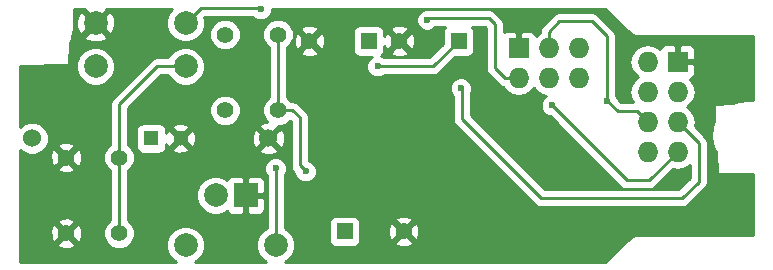
<source format=gbr>
G04 #@! TF.FileFunction,Copper,L2,Bot,Signal*
%FSLAX46Y46*%
G04 Gerber Fmt 4.6, Leading zero omitted, Abs format (unit mm)*
G04 Created by KiCad (PCBNEW 4.0.2-4+6225~38~ubuntu14.04.1-stable) date Sat 05 Mar 2016 20:24:40 CET*
%MOMM*%
G01*
G04 APERTURE LIST*
%ADD10C,0.100000*%
%ADD11C,1.524000*%
%ADD12R,1.727200X1.727200*%
%ADD13O,1.727200X1.727200*%
%ADD14C,1.397000*%
%ADD15R,1.300000X1.300000*%
%ADD16C,1.300000*%
%ADD17R,2.000000X2.000000*%
%ADD18C,2.000000*%
%ADD19C,1.998980*%
%ADD20R,1.400000X1.400000*%
%ADD21C,1.400000*%
%ADD22C,0.600000*%
%ADD23C,0.250000*%
%ADD24C,0.254000*%
G04 APERTURE END LIST*
D10*
D11*
X149501000Y-107188000D03*
X129501000Y-107188000D03*
D12*
X170688000Y-99568000D03*
D13*
X170688000Y-102108000D03*
X173228000Y-99568000D03*
X173228000Y-102108000D03*
X175768000Y-99568000D03*
X175768000Y-102108000D03*
D14*
X150322000Y-104810000D03*
X145842000Y-104810000D03*
X150322000Y-98390000D03*
X145842000Y-98390000D03*
X136860000Y-115224000D03*
X132380000Y-115224000D03*
X136860000Y-108804000D03*
X132380000Y-108804000D03*
D15*
X139573000Y-107188000D03*
D16*
X142073000Y-107188000D03*
D17*
X147574000Y-112014000D03*
D18*
X145034000Y-112014000D03*
D19*
X134874000Y-101092000D03*
X142494000Y-101092000D03*
X134874000Y-97409000D03*
X142494000Y-97409000D03*
X150114000Y-116205000D03*
X142494000Y-116205000D03*
D20*
X155956000Y-115062000D03*
D21*
X160956000Y-115062000D03*
D20*
X157988000Y-98933000D03*
D21*
X152988000Y-98933000D03*
D20*
X165608000Y-98933000D03*
D21*
X160608000Y-98933000D03*
D12*
X184150000Y-100711000D03*
D13*
X181610000Y-100711000D03*
X184150000Y-103251000D03*
X181610000Y-103251000D03*
X184150000Y-105791000D03*
X181610000Y-105791000D03*
X184150000Y-108331000D03*
X181610000Y-108331000D03*
D22*
X157734000Y-107061000D03*
X158750000Y-101092000D03*
X178181000Y-104013000D03*
X173488000Y-104388000D03*
X165803000Y-102938000D03*
X162941000Y-97155000D03*
X150114000Y-109728000D03*
X148844000Y-96266000D03*
X152654000Y-109982000D03*
D23*
X163449000Y-101092000D02*
X158750000Y-101092000D01*
X165608000Y-98933000D02*
X163449000Y-101092000D01*
X178181000Y-104013000D02*
X178181000Y-98552000D01*
X173228000Y-98171000D02*
X173228000Y-99568000D01*
X174117000Y-97282000D02*
X173228000Y-98171000D01*
X176911000Y-97282000D02*
X174117000Y-97282000D01*
X178181000Y-98552000D02*
X176911000Y-97282000D01*
X180721000Y-104902000D02*
X181610000Y-105791000D01*
X179070000Y-104902000D02*
X180721000Y-104902000D01*
X178181000Y-104013000D02*
X179070000Y-104902000D01*
X184150000Y-108331000D02*
X181737000Y-110744000D01*
X179832000Y-110744000D02*
X181737000Y-110744000D01*
X173482000Y-104394000D02*
X179832000Y-110744000D01*
X173482000Y-104394000D02*
X173488000Y-104388000D01*
X185928000Y-107569000D02*
X184150000Y-105791000D01*
X185928000Y-110871000D02*
X185928000Y-107569000D01*
X184531000Y-112268000D02*
X185928000Y-110871000D01*
X172593000Y-112268000D02*
X184531000Y-112268000D01*
X165862000Y-105537000D02*
X172593000Y-112268000D01*
X165862000Y-102997000D02*
X165862000Y-105537000D01*
X165803000Y-102938000D02*
X165862000Y-102997000D01*
X169545000Y-102108000D02*
X170688000Y-102108000D01*
X168656000Y-101219000D02*
X169545000Y-102108000D01*
X168656000Y-97536000D02*
X168656000Y-101219000D01*
X168148000Y-97028000D02*
X168656000Y-97536000D01*
X163068000Y-97028000D02*
X168148000Y-97028000D01*
X162941000Y-97155000D02*
X163068000Y-97028000D01*
X136860000Y-115224000D02*
X136860000Y-108804000D01*
X142494000Y-101092000D02*
X140081000Y-101092000D01*
X136860000Y-104313000D02*
X136860000Y-108804000D01*
X140081000Y-101092000D02*
X136860000Y-104313000D01*
X150114000Y-109728000D02*
X150114000Y-116205000D01*
X150322000Y-104810000D02*
X150322000Y-98390000D01*
X142494000Y-97409000D02*
X143764000Y-96139000D01*
X148717000Y-96139000D02*
X148844000Y-96266000D01*
X143764000Y-96139000D02*
X148717000Y-96139000D01*
X151546000Y-104810000D02*
X150322000Y-104810000D01*
X152146000Y-105410000D02*
X151546000Y-104810000D01*
X152146000Y-109474000D02*
X152146000Y-105410000D01*
X152654000Y-109982000D02*
X152146000Y-109474000D01*
D24*
G36*
X133901443Y-96256837D02*
X134874000Y-97229395D01*
X135846557Y-96256837D01*
X135830726Y-96214000D01*
X141377549Y-96214000D01*
X141109154Y-96481927D01*
X140859794Y-97082453D01*
X140859226Y-97732694D01*
X141107538Y-98333655D01*
X141566927Y-98793846D01*
X142167453Y-99043206D01*
X142817694Y-99043774D01*
X143418655Y-98795462D01*
X143560277Y-98654086D01*
X144508269Y-98654086D01*
X144710854Y-99144380D01*
X145085647Y-99519827D01*
X145575587Y-99723268D01*
X146106086Y-99723731D01*
X146596380Y-99521146D01*
X146971827Y-99146353D01*
X147175268Y-98656413D01*
X147175731Y-98125914D01*
X146973146Y-97635620D01*
X146598353Y-97260173D01*
X146108413Y-97056732D01*
X145577914Y-97056269D01*
X145087620Y-97258854D01*
X144712173Y-97633647D01*
X144508732Y-98123587D01*
X144508269Y-98654086D01*
X143560277Y-98654086D01*
X143878846Y-98336073D01*
X144128206Y-97735547D01*
X144128774Y-97085306D01*
X144059691Y-96918111D01*
X144078802Y-96899000D01*
X148154759Y-96899000D01*
X148313673Y-97058192D01*
X148657201Y-97200838D01*
X149029167Y-97201162D01*
X149372943Y-97059117D01*
X149636192Y-96796327D01*
X149778838Y-96452799D01*
X149779046Y-96214000D01*
X178013908Y-96214000D01*
X180091954Y-98292046D01*
X180322295Y-98445954D01*
X180594000Y-98500000D01*
X180871021Y-98500000D01*
X180883134Y-98512690D01*
X180924488Y-98541523D01*
X180973802Y-98551994D01*
X181023304Y-98542455D01*
X181065195Y-98514408D01*
X181074660Y-98500000D01*
X190552000Y-98500000D01*
X190552000Y-103938000D01*
X189992000Y-103938000D01*
X189923416Y-103951642D01*
X188978672Y-104125653D01*
X188828746Y-104187755D01*
X188766537Y-104213523D01*
X187320300Y-104267087D01*
X187271294Y-104278915D01*
X187230750Y-104308877D01*
X187205058Y-104352252D01*
X187198125Y-104399639D01*
X187257774Y-105741731D01*
X187183653Y-105920672D01*
X187009642Y-106795486D01*
X187009643Y-106934000D01*
X187009642Y-107072514D01*
X187183653Y-107947328D01*
X187249544Y-108106401D01*
X187289668Y-108203269D01*
X187372698Y-108327532D01*
X187452125Y-110114639D01*
X187464315Y-110163556D01*
X187494576Y-110203877D01*
X187538140Y-110229247D01*
X187579000Y-110236000D01*
X190500000Y-110236000D01*
X190500000Y-115368000D01*
X180594000Y-115368000D01*
X180322295Y-115422046D01*
X180091954Y-115575954D01*
X178013908Y-117654000D01*
X150887301Y-117654000D01*
X151038655Y-117591462D01*
X151498846Y-117132073D01*
X151748206Y-116531547D01*
X151748774Y-115881306D01*
X151500462Y-115280345D01*
X151041073Y-114820154D01*
X150874000Y-114750779D01*
X150874000Y-114362000D01*
X154608560Y-114362000D01*
X154608560Y-115762000D01*
X154652838Y-115997317D01*
X154791910Y-116213441D01*
X155004110Y-116358431D01*
X155256000Y-116409440D01*
X156656000Y-116409440D01*
X156891317Y-116365162D01*
X157107441Y-116226090D01*
X157252431Y-116013890D01*
X157255795Y-115997275D01*
X160200331Y-115997275D01*
X160262169Y-116233042D01*
X160763122Y-116409419D01*
X161293440Y-116380664D01*
X161649831Y-116233042D01*
X161711669Y-115997275D01*
X160956000Y-115241605D01*
X160200331Y-115997275D01*
X157255795Y-115997275D01*
X157303440Y-115762000D01*
X157303440Y-114869122D01*
X159608581Y-114869122D01*
X159637336Y-115399440D01*
X159784958Y-115755831D01*
X160020725Y-115817669D01*
X160776395Y-115062000D01*
X161135605Y-115062000D01*
X161891275Y-115817669D01*
X162127042Y-115755831D01*
X162303419Y-115254878D01*
X162274664Y-114724560D01*
X162127042Y-114368169D01*
X161891275Y-114306331D01*
X161135605Y-115062000D01*
X160776395Y-115062000D01*
X160020725Y-114306331D01*
X159784958Y-114368169D01*
X159608581Y-114869122D01*
X157303440Y-114869122D01*
X157303440Y-114362000D01*
X157259170Y-114126725D01*
X160200331Y-114126725D01*
X160956000Y-114882395D01*
X161711669Y-114126725D01*
X161649831Y-113890958D01*
X161148878Y-113714581D01*
X160618560Y-113743336D01*
X160262169Y-113890958D01*
X160200331Y-114126725D01*
X157259170Y-114126725D01*
X157259162Y-114126683D01*
X157120090Y-113910559D01*
X156907890Y-113765569D01*
X156656000Y-113714560D01*
X155256000Y-113714560D01*
X155020683Y-113758838D01*
X154804559Y-113897910D01*
X154659569Y-114110110D01*
X154608560Y-114362000D01*
X150874000Y-114362000D01*
X150874000Y-110290463D01*
X150906192Y-110258327D01*
X151048838Y-109914799D01*
X151049162Y-109542833D01*
X150907117Y-109199057D01*
X150644327Y-108935808D01*
X150300799Y-108793162D01*
X149928833Y-108792838D01*
X149585057Y-108934883D01*
X149321808Y-109197673D01*
X149179162Y-109541201D01*
X149178838Y-109913167D01*
X149320883Y-110256943D01*
X149354000Y-110290118D01*
X149354000Y-114750504D01*
X149189345Y-114818538D01*
X148729154Y-115277927D01*
X148479794Y-115878453D01*
X148479226Y-116528694D01*
X148727538Y-117129655D01*
X149186927Y-117589846D01*
X149341427Y-117654000D01*
X143267301Y-117654000D01*
X143418655Y-117591462D01*
X143878846Y-117132073D01*
X144128206Y-116531547D01*
X144128774Y-115881306D01*
X143880462Y-115280345D01*
X143421073Y-114820154D01*
X142820547Y-114570794D01*
X142170306Y-114570226D01*
X141569345Y-114818538D01*
X141109154Y-115277927D01*
X140859794Y-115878453D01*
X140859226Y-116528694D01*
X141107538Y-117129655D01*
X141566927Y-117589846D01*
X141721427Y-117654000D01*
X128472000Y-117654000D01*
X128472000Y-116158188D01*
X131625417Y-116158188D01*
X131687071Y-116393800D01*
X132187480Y-116569927D01*
X132717199Y-116541148D01*
X133072929Y-116393800D01*
X133134583Y-116158188D01*
X132380000Y-115403605D01*
X131625417Y-116158188D01*
X128472000Y-116158188D01*
X128472000Y-115031480D01*
X131034073Y-115031480D01*
X131062852Y-115561199D01*
X131210200Y-115916929D01*
X131445812Y-115978583D01*
X132200395Y-115224000D01*
X132559605Y-115224000D01*
X133314188Y-115978583D01*
X133549800Y-115916929D01*
X133725927Y-115416520D01*
X133697148Y-114886801D01*
X133549800Y-114531071D01*
X133314188Y-114469417D01*
X132559605Y-115224000D01*
X132200395Y-115224000D01*
X131445812Y-114469417D01*
X131210200Y-114531071D01*
X131034073Y-115031480D01*
X128472000Y-115031480D01*
X128472000Y-114289812D01*
X131625417Y-114289812D01*
X132380000Y-115044395D01*
X133134583Y-114289812D01*
X133072929Y-114054200D01*
X132572520Y-113878073D01*
X132042801Y-113906852D01*
X131687071Y-114054200D01*
X131625417Y-114289812D01*
X128472000Y-114289812D01*
X128472000Y-109738188D01*
X131625417Y-109738188D01*
X131687071Y-109973800D01*
X132187480Y-110149927D01*
X132717199Y-110121148D01*
X133072929Y-109973800D01*
X133134583Y-109738188D01*
X132380000Y-108983605D01*
X131625417Y-109738188D01*
X128472000Y-109738188D01*
X128472000Y-108611480D01*
X131034073Y-108611480D01*
X131062852Y-109141199D01*
X131210200Y-109496929D01*
X131445812Y-109558583D01*
X132200395Y-108804000D01*
X132559605Y-108804000D01*
X133314188Y-109558583D01*
X133549800Y-109496929D01*
X133700738Y-109068086D01*
X135526269Y-109068086D01*
X135728854Y-109558380D01*
X136100000Y-109930174D01*
X136100000Y-114098464D01*
X135730173Y-114467647D01*
X135526732Y-114957587D01*
X135526269Y-115488086D01*
X135728854Y-115978380D01*
X136103647Y-116353827D01*
X136593587Y-116557268D01*
X137124086Y-116557731D01*
X137614380Y-116355146D01*
X137989827Y-115980353D01*
X138193268Y-115490413D01*
X138193731Y-114959914D01*
X137991146Y-114469620D01*
X137620000Y-114097826D01*
X137620000Y-112337795D01*
X143398716Y-112337795D01*
X143647106Y-112938943D01*
X144106637Y-113399278D01*
X144707352Y-113648716D01*
X145357795Y-113649284D01*
X145958943Y-113400894D01*
X146021197Y-113338749D01*
X146035673Y-113373698D01*
X146214301Y-113552327D01*
X146447690Y-113649000D01*
X147288250Y-113649000D01*
X147447000Y-113490250D01*
X147447000Y-112141000D01*
X147701000Y-112141000D01*
X147701000Y-113490250D01*
X147859750Y-113649000D01*
X148700310Y-113649000D01*
X148933699Y-113552327D01*
X149112327Y-113373698D01*
X149209000Y-113140309D01*
X149209000Y-112299750D01*
X149050250Y-112141000D01*
X147701000Y-112141000D01*
X147447000Y-112141000D01*
X147427000Y-112141000D01*
X147427000Y-111887000D01*
X147447000Y-111887000D01*
X147447000Y-110537750D01*
X147701000Y-110537750D01*
X147701000Y-111887000D01*
X149050250Y-111887000D01*
X149209000Y-111728250D01*
X149209000Y-110887691D01*
X149112327Y-110654302D01*
X148933699Y-110475673D01*
X148700310Y-110379000D01*
X147859750Y-110379000D01*
X147701000Y-110537750D01*
X147447000Y-110537750D01*
X147288250Y-110379000D01*
X146447690Y-110379000D01*
X146214301Y-110475673D01*
X146035673Y-110654302D01*
X146021370Y-110688834D01*
X145961363Y-110628722D01*
X145360648Y-110379284D01*
X144710205Y-110378716D01*
X144109057Y-110627106D01*
X143648722Y-111086637D01*
X143399284Y-111687352D01*
X143398716Y-112337795D01*
X137620000Y-112337795D01*
X137620000Y-109929536D01*
X137989827Y-109560353D01*
X138193268Y-109070413D01*
X138193731Y-108539914D01*
X137991146Y-108049620D01*
X137620000Y-107677826D01*
X137620000Y-106538000D01*
X138275560Y-106538000D01*
X138275560Y-107838000D01*
X138319838Y-108073317D01*
X138458910Y-108289441D01*
X138671110Y-108434431D01*
X138923000Y-108485440D01*
X140223000Y-108485440D01*
X140458317Y-108441162D01*
X140674441Y-108302090D01*
X140819431Y-108089890D01*
X140820012Y-108087016D01*
X141353590Y-108087016D01*
X141409271Y-108317611D01*
X141892078Y-108485622D01*
X142402428Y-108456083D01*
X142736729Y-108317611D01*
X142772803Y-108168213D01*
X148700392Y-108168213D01*
X148769857Y-108410397D01*
X149293302Y-108597144D01*
X149848368Y-108569362D01*
X150232143Y-108410397D01*
X150301608Y-108168213D01*
X149501000Y-107367605D01*
X148700392Y-108168213D01*
X142772803Y-108168213D01*
X142792410Y-108087016D01*
X142073000Y-107367605D01*
X141353590Y-108087016D01*
X140820012Y-108087016D01*
X140870440Y-107838000D01*
X140870440Y-107675615D01*
X140943389Y-107851729D01*
X141173984Y-107907410D01*
X141893395Y-107188000D01*
X142252605Y-107188000D01*
X142972016Y-107907410D01*
X143202611Y-107851729D01*
X143370622Y-107368922D01*
X143348129Y-106980302D01*
X148091856Y-106980302D01*
X148119638Y-107535368D01*
X148278603Y-107919143D01*
X148520787Y-107988608D01*
X149321395Y-107188000D01*
X149680605Y-107188000D01*
X150481213Y-107988608D01*
X150723397Y-107919143D01*
X150910144Y-107395698D01*
X150882362Y-106840632D01*
X150723397Y-106456857D01*
X150481213Y-106387392D01*
X149680605Y-107188000D01*
X149321395Y-107188000D01*
X148520787Y-106387392D01*
X148278603Y-106456857D01*
X148091856Y-106980302D01*
X143348129Y-106980302D01*
X143341083Y-106858572D01*
X143202611Y-106524271D01*
X142972016Y-106468590D01*
X142252605Y-107188000D01*
X141893395Y-107188000D01*
X141173984Y-106468590D01*
X140943389Y-106524271D01*
X140870440Y-106733902D01*
X140870440Y-106538000D01*
X140826162Y-106302683D01*
X140817347Y-106288984D01*
X141353590Y-106288984D01*
X142073000Y-107008395D01*
X142792410Y-106288984D01*
X142772804Y-106207787D01*
X148700392Y-106207787D01*
X149501000Y-107008395D01*
X150301608Y-106207787D01*
X150283159Y-106143467D01*
X150586086Y-106143731D01*
X151076380Y-105941146D01*
X151339591Y-105678393D01*
X151386000Y-105724802D01*
X151386000Y-109474000D01*
X151443852Y-109764839D01*
X151608599Y-110011401D01*
X151718878Y-110121680D01*
X151718838Y-110167167D01*
X151860883Y-110510943D01*
X152123673Y-110774192D01*
X152467201Y-110916838D01*
X152839167Y-110917162D01*
X153182943Y-110775117D01*
X153446192Y-110512327D01*
X153588838Y-110168799D01*
X153589162Y-109796833D01*
X153447117Y-109453057D01*
X153184327Y-109189808D01*
X152906000Y-109074236D01*
X152906000Y-105410000D01*
X152848148Y-105119161D01*
X152683401Y-104872599D01*
X152083401Y-104272599D01*
X151836839Y-104107852D01*
X151546000Y-104050000D01*
X151447536Y-104050000D01*
X151082000Y-103683826D01*
X151082000Y-99868275D01*
X152232331Y-99868275D01*
X152294169Y-100104042D01*
X152795122Y-100280419D01*
X153325440Y-100251664D01*
X153681831Y-100104042D01*
X153743669Y-99868275D01*
X152988000Y-99112605D01*
X152232331Y-99868275D01*
X151082000Y-99868275D01*
X151082000Y-99515536D01*
X151451827Y-99146353D01*
X151620508Y-98740122D01*
X151640581Y-98740122D01*
X151669336Y-99270440D01*
X151816958Y-99626831D01*
X152052725Y-99688669D01*
X152808395Y-98933000D01*
X153167605Y-98933000D01*
X153923275Y-99688669D01*
X154159042Y-99626831D01*
X154335419Y-99125878D01*
X154306664Y-98595560D01*
X154159042Y-98239169D01*
X154135522Y-98233000D01*
X156640560Y-98233000D01*
X156640560Y-99633000D01*
X156684838Y-99868317D01*
X156823910Y-100084441D01*
X157036110Y-100229431D01*
X157288000Y-100280440D01*
X158265693Y-100280440D01*
X158221057Y-100298883D01*
X157957808Y-100561673D01*
X157815162Y-100905201D01*
X157814838Y-101277167D01*
X157956883Y-101620943D01*
X158219673Y-101884192D01*
X158563201Y-102026838D01*
X158935167Y-102027162D01*
X159278943Y-101885117D01*
X159312118Y-101852000D01*
X163449000Y-101852000D01*
X163739839Y-101794148D01*
X163986401Y-101629401D01*
X165335362Y-100280440D01*
X166308000Y-100280440D01*
X166543317Y-100236162D01*
X166759441Y-100097090D01*
X166904431Y-99884890D01*
X166955440Y-99633000D01*
X166955440Y-98233000D01*
X166911162Y-97997683D01*
X166776235Y-97788000D01*
X167833198Y-97788000D01*
X167896000Y-97850802D01*
X167896000Y-101219000D01*
X167953852Y-101509839D01*
X168118599Y-101756401D01*
X169007599Y-102645401D01*
X169254161Y-102810148D01*
X169387553Y-102836682D01*
X169628330Y-103197029D01*
X170114511Y-103521885D01*
X170688000Y-103635959D01*
X171261489Y-103521885D01*
X171747670Y-103197029D01*
X171958000Y-102882248D01*
X172168330Y-103197029D01*
X172654511Y-103521885D01*
X172979348Y-103586499D01*
X172959057Y-103594883D01*
X172695808Y-103857673D01*
X172553162Y-104201201D01*
X172552838Y-104573167D01*
X172694883Y-104916943D01*
X172957673Y-105180192D01*
X173301201Y-105322838D01*
X173336066Y-105322868D01*
X179294599Y-111281401D01*
X179541161Y-111446148D01*
X179832000Y-111504000D01*
X181737000Y-111504000D01*
X182027839Y-111446148D01*
X182274401Y-111281401D01*
X183791644Y-109764158D01*
X184120641Y-109829600D01*
X184179359Y-109829600D01*
X184752848Y-109715526D01*
X185168000Y-109438130D01*
X185168000Y-110556198D01*
X184216198Y-111508000D01*
X172907802Y-111508000D01*
X166622000Y-105222198D01*
X166622000Y-103403766D01*
X166737838Y-103124799D01*
X166738162Y-102752833D01*
X166596117Y-102409057D01*
X166333327Y-102145808D01*
X165989799Y-102003162D01*
X165617833Y-102002838D01*
X165274057Y-102144883D01*
X165010808Y-102407673D01*
X164868162Y-102751201D01*
X164867838Y-103123167D01*
X165009883Y-103466943D01*
X165102000Y-103559221D01*
X165102000Y-105537000D01*
X165159852Y-105827839D01*
X165324599Y-106074401D01*
X172055599Y-112805401D01*
X172302161Y-112970148D01*
X172593000Y-113028000D01*
X184531000Y-113028000D01*
X184821839Y-112970148D01*
X185068401Y-112805401D01*
X186465401Y-111408401D01*
X186630148Y-111161840D01*
X186688000Y-110871000D01*
X186688000Y-107569000D01*
X186630148Y-107278161D01*
X186465401Y-107031599D01*
X185602775Y-106168973D01*
X185677959Y-105791000D01*
X185563885Y-105217511D01*
X185239029Y-104731330D01*
X184924248Y-104521000D01*
X185239029Y-104310670D01*
X185563885Y-103824489D01*
X185677959Y-103251000D01*
X185563885Y-102677511D01*
X185239029Y-102191330D01*
X185217977Y-102177263D01*
X185373298Y-102112927D01*
X185551927Y-101934299D01*
X185648600Y-101700910D01*
X185648600Y-100996750D01*
X185489850Y-100838000D01*
X184277000Y-100838000D01*
X184277000Y-100858000D01*
X184023000Y-100858000D01*
X184023000Y-100838000D01*
X184003000Y-100838000D01*
X184003000Y-100584000D01*
X184023000Y-100584000D01*
X184023000Y-99371150D01*
X184277000Y-99371150D01*
X184277000Y-100584000D01*
X185489850Y-100584000D01*
X185648600Y-100425250D01*
X185648600Y-99721090D01*
X185551927Y-99487701D01*
X185373298Y-99309073D01*
X185139909Y-99212400D01*
X184435750Y-99212400D01*
X184277000Y-99371150D01*
X184023000Y-99371150D01*
X183864250Y-99212400D01*
X183160091Y-99212400D01*
X182926702Y-99309073D01*
X182748073Y-99487701D01*
X182684356Y-99641526D01*
X182212848Y-99326474D01*
X181639359Y-99212400D01*
X181580641Y-99212400D01*
X181007152Y-99326474D01*
X180520971Y-99651330D01*
X180196115Y-100137511D01*
X180082041Y-100711000D01*
X180196115Y-101284489D01*
X180520971Y-101770670D01*
X180835752Y-101981000D01*
X180520971Y-102191330D01*
X180196115Y-102677511D01*
X180082041Y-103251000D01*
X180196115Y-103824489D01*
X180408269Y-104142000D01*
X179384802Y-104142000D01*
X179116122Y-103873320D01*
X179116162Y-103827833D01*
X178974117Y-103484057D01*
X178941000Y-103450882D01*
X178941000Y-98552000D01*
X178930656Y-98500000D01*
X178883148Y-98261160D01*
X178718401Y-98014599D01*
X177448401Y-96744599D01*
X177201839Y-96579852D01*
X176911000Y-96522000D01*
X174117000Y-96522000D01*
X173826161Y-96579852D01*
X173579599Y-96744599D01*
X172690599Y-97633599D01*
X172525852Y-97880161D01*
X172468000Y-98171000D01*
X172468000Y-98278738D01*
X172168330Y-98478971D01*
X172154263Y-98500023D01*
X172089927Y-98344702D01*
X171911299Y-98166073D01*
X171677910Y-98069400D01*
X170973750Y-98069400D01*
X170815000Y-98228150D01*
X170815000Y-99441000D01*
X170835000Y-99441000D01*
X170835000Y-99695000D01*
X170815000Y-99695000D01*
X170815000Y-99715000D01*
X170561000Y-99715000D01*
X170561000Y-99695000D01*
X170541000Y-99695000D01*
X170541000Y-99441000D01*
X170561000Y-99441000D01*
X170561000Y-98228150D01*
X170402250Y-98069400D01*
X169698090Y-98069400D01*
X169464701Y-98166073D01*
X169416000Y-98214774D01*
X169416000Y-97536000D01*
X169358148Y-97245161D01*
X169193401Y-96998599D01*
X168685401Y-96490599D01*
X168438839Y-96325852D01*
X168148000Y-96268000D01*
X163243005Y-96268000D01*
X163127799Y-96220162D01*
X162755833Y-96219838D01*
X162412057Y-96361883D01*
X162148808Y-96624673D01*
X162006162Y-96968201D01*
X162005838Y-97340167D01*
X162147883Y-97683943D01*
X162410673Y-97947192D01*
X162754201Y-98089838D01*
X163126167Y-98090162D01*
X163469943Y-97948117D01*
X163630340Y-97788000D01*
X164443515Y-97788000D01*
X164311569Y-97981110D01*
X164260560Y-98233000D01*
X164260560Y-99205638D01*
X163134198Y-100332000D01*
X159312463Y-100332000D01*
X159280327Y-100299808D01*
X159003223Y-100184744D01*
X159139441Y-100097090D01*
X159284431Y-99884890D01*
X159287795Y-99868275D01*
X159852331Y-99868275D01*
X159914169Y-100104042D01*
X160415122Y-100280419D01*
X160945440Y-100251664D01*
X161301831Y-100104042D01*
X161363669Y-99868275D01*
X160608000Y-99112605D01*
X159852331Y-99868275D01*
X159287795Y-99868275D01*
X159335440Y-99633000D01*
X159335440Y-99381745D01*
X159436958Y-99626831D01*
X159672725Y-99688669D01*
X160428395Y-98933000D01*
X160787605Y-98933000D01*
X161543275Y-99688669D01*
X161779042Y-99626831D01*
X161955419Y-99125878D01*
X161926664Y-98595560D01*
X161779042Y-98239169D01*
X161543275Y-98177331D01*
X160787605Y-98933000D01*
X160428395Y-98933000D01*
X159672725Y-98177331D01*
X159436958Y-98239169D01*
X159335440Y-98527504D01*
X159335440Y-98233000D01*
X159291170Y-97997725D01*
X159852331Y-97997725D01*
X160608000Y-98753395D01*
X161363669Y-97997725D01*
X161301831Y-97761958D01*
X160800878Y-97585581D01*
X160270560Y-97614336D01*
X159914169Y-97761958D01*
X159852331Y-97997725D01*
X159291170Y-97997725D01*
X159291162Y-97997683D01*
X159152090Y-97781559D01*
X158939890Y-97636569D01*
X158688000Y-97585560D01*
X157288000Y-97585560D01*
X157052683Y-97629838D01*
X156836559Y-97768910D01*
X156691569Y-97981110D01*
X156640560Y-98233000D01*
X154135522Y-98233000D01*
X153923275Y-98177331D01*
X153167605Y-98933000D01*
X152808395Y-98933000D01*
X152052725Y-98177331D01*
X151816958Y-98239169D01*
X151640581Y-98740122D01*
X151620508Y-98740122D01*
X151655268Y-98656413D01*
X151655731Y-98125914D01*
X151602765Y-97997725D01*
X152232331Y-97997725D01*
X152988000Y-98753395D01*
X153743669Y-97997725D01*
X153681831Y-97761958D01*
X153180878Y-97585581D01*
X152650560Y-97614336D01*
X152294169Y-97761958D01*
X152232331Y-97997725D01*
X151602765Y-97997725D01*
X151453146Y-97635620D01*
X151078353Y-97260173D01*
X150588413Y-97056732D01*
X150057914Y-97056269D01*
X149567620Y-97258854D01*
X149192173Y-97633647D01*
X148988732Y-98123587D01*
X148988269Y-98654086D01*
X149190854Y-99144380D01*
X149562000Y-99516174D01*
X149562000Y-103684464D01*
X149192173Y-104053647D01*
X148988732Y-104543587D01*
X148988269Y-105074086D01*
X149190854Y-105564380D01*
X149419411Y-105793335D01*
X149153632Y-105806638D01*
X148769857Y-105965603D01*
X148700392Y-106207787D01*
X142772804Y-106207787D01*
X142736729Y-106058389D01*
X142253922Y-105890378D01*
X141743572Y-105919917D01*
X141409271Y-106058389D01*
X141353590Y-106288984D01*
X140817347Y-106288984D01*
X140687090Y-106086559D01*
X140474890Y-105941569D01*
X140223000Y-105890560D01*
X138923000Y-105890560D01*
X138687683Y-105934838D01*
X138471559Y-106073910D01*
X138326569Y-106286110D01*
X138275560Y-106538000D01*
X137620000Y-106538000D01*
X137620000Y-105074086D01*
X144508269Y-105074086D01*
X144710854Y-105564380D01*
X145085647Y-105939827D01*
X145575587Y-106143268D01*
X146106086Y-106143731D01*
X146596380Y-105941146D01*
X146971827Y-105566353D01*
X147175268Y-105076413D01*
X147175731Y-104545914D01*
X146973146Y-104055620D01*
X146598353Y-103680173D01*
X146108413Y-103476732D01*
X145577914Y-103476269D01*
X145087620Y-103678854D01*
X144712173Y-104053647D01*
X144508732Y-104543587D01*
X144508269Y-105074086D01*
X137620000Y-105074086D01*
X137620000Y-104627802D01*
X140395802Y-101852000D01*
X141039504Y-101852000D01*
X141107538Y-102016655D01*
X141566927Y-102476846D01*
X142167453Y-102726206D01*
X142817694Y-102726774D01*
X143418655Y-102478462D01*
X143878846Y-102019073D01*
X144128206Y-101418547D01*
X144128774Y-100768306D01*
X143880462Y-100167345D01*
X143421073Y-99707154D01*
X142820547Y-99457794D01*
X142170306Y-99457226D01*
X141569345Y-99705538D01*
X141109154Y-100164927D01*
X141039779Y-100332000D01*
X140081000Y-100332000D01*
X139790161Y-100389852D01*
X139543599Y-100554599D01*
X136322599Y-103775599D01*
X136157852Y-104022161D01*
X136100000Y-104313000D01*
X136100000Y-107678464D01*
X135730173Y-108047647D01*
X135526732Y-108537587D01*
X135526269Y-109068086D01*
X133700738Y-109068086D01*
X133725927Y-108996520D01*
X133697148Y-108466801D01*
X133549800Y-108111071D01*
X133314188Y-108049417D01*
X132559605Y-108804000D01*
X132200395Y-108804000D01*
X131445812Y-108049417D01*
X131210200Y-108111071D01*
X131034073Y-108611480D01*
X128472000Y-108611480D01*
X128472000Y-108134586D01*
X128708630Y-108371629D01*
X129221900Y-108584757D01*
X129777661Y-108585242D01*
X130291303Y-108373010D01*
X130684629Y-107980370D01*
X130730536Y-107869812D01*
X131625417Y-107869812D01*
X132380000Y-108624395D01*
X133134583Y-107869812D01*
X133072929Y-107634200D01*
X132572520Y-107458073D01*
X132042801Y-107486852D01*
X131687071Y-107634200D01*
X131625417Y-107869812D01*
X130730536Y-107869812D01*
X130897757Y-107467100D01*
X130898242Y-106911339D01*
X130686010Y-106397697D01*
X130293370Y-106004371D01*
X129780100Y-105791243D01*
X129224339Y-105790758D01*
X128710697Y-106002990D01*
X128472000Y-106241271D01*
X128472000Y-101415694D01*
X133239226Y-101415694D01*
X133487538Y-102016655D01*
X133946927Y-102476846D01*
X134547453Y-102726206D01*
X135197694Y-102726774D01*
X135798655Y-102478462D01*
X136258846Y-102019073D01*
X136508206Y-101418547D01*
X136508774Y-100768306D01*
X136260462Y-100167345D01*
X135801073Y-99707154D01*
X135200547Y-99457794D01*
X134550306Y-99457226D01*
X133949345Y-99705538D01*
X133489154Y-100164927D01*
X133239794Y-100765453D01*
X133239226Y-101415694D01*
X128472000Y-101415694D01*
X128472000Y-101082379D01*
X132464734Y-100964945D01*
X132513828Y-100953491D01*
X132554599Y-100923839D01*
X132580620Y-100880661D01*
X132587833Y-100844504D01*
X132673486Y-99174278D01*
X132750332Y-99059269D01*
X132794245Y-98953254D01*
X132856347Y-98803328D01*
X132904516Y-98561163D01*
X133901443Y-98561163D01*
X134000042Y-98827965D01*
X134609582Y-99054401D01*
X135259377Y-99030341D01*
X135747958Y-98827965D01*
X135846557Y-98561163D01*
X134874000Y-97588605D01*
X133901443Y-98561163D01*
X132904516Y-98561163D01*
X133030358Y-97928513D01*
X133030358Y-97858584D01*
X133044000Y-97790000D01*
X133044000Y-97144582D01*
X133228599Y-97144582D01*
X133252659Y-97794377D01*
X133455035Y-98282958D01*
X133721837Y-98381557D01*
X134694395Y-97409000D01*
X135053605Y-97409000D01*
X136026163Y-98381557D01*
X136292965Y-98282958D01*
X136519401Y-97673418D01*
X136495341Y-97023623D01*
X136292965Y-96535042D01*
X136026163Y-96436443D01*
X135053605Y-97409000D01*
X134694395Y-97409000D01*
X133721837Y-96436443D01*
X133455035Y-96535042D01*
X133228599Y-97144582D01*
X133044000Y-97144582D01*
X133044000Y-96214000D01*
X133917274Y-96214000D01*
X133901443Y-96256837D01*
X133901443Y-96256837D01*
G37*
X133901443Y-96256837D02*
X134874000Y-97229395D01*
X135846557Y-96256837D01*
X135830726Y-96214000D01*
X141377549Y-96214000D01*
X141109154Y-96481927D01*
X140859794Y-97082453D01*
X140859226Y-97732694D01*
X141107538Y-98333655D01*
X141566927Y-98793846D01*
X142167453Y-99043206D01*
X142817694Y-99043774D01*
X143418655Y-98795462D01*
X143560277Y-98654086D01*
X144508269Y-98654086D01*
X144710854Y-99144380D01*
X145085647Y-99519827D01*
X145575587Y-99723268D01*
X146106086Y-99723731D01*
X146596380Y-99521146D01*
X146971827Y-99146353D01*
X147175268Y-98656413D01*
X147175731Y-98125914D01*
X146973146Y-97635620D01*
X146598353Y-97260173D01*
X146108413Y-97056732D01*
X145577914Y-97056269D01*
X145087620Y-97258854D01*
X144712173Y-97633647D01*
X144508732Y-98123587D01*
X144508269Y-98654086D01*
X143560277Y-98654086D01*
X143878846Y-98336073D01*
X144128206Y-97735547D01*
X144128774Y-97085306D01*
X144059691Y-96918111D01*
X144078802Y-96899000D01*
X148154759Y-96899000D01*
X148313673Y-97058192D01*
X148657201Y-97200838D01*
X149029167Y-97201162D01*
X149372943Y-97059117D01*
X149636192Y-96796327D01*
X149778838Y-96452799D01*
X149779046Y-96214000D01*
X178013908Y-96214000D01*
X180091954Y-98292046D01*
X180322295Y-98445954D01*
X180594000Y-98500000D01*
X180871021Y-98500000D01*
X180883134Y-98512690D01*
X180924488Y-98541523D01*
X180973802Y-98551994D01*
X181023304Y-98542455D01*
X181065195Y-98514408D01*
X181074660Y-98500000D01*
X190552000Y-98500000D01*
X190552000Y-103938000D01*
X189992000Y-103938000D01*
X189923416Y-103951642D01*
X188978672Y-104125653D01*
X188828746Y-104187755D01*
X188766537Y-104213523D01*
X187320300Y-104267087D01*
X187271294Y-104278915D01*
X187230750Y-104308877D01*
X187205058Y-104352252D01*
X187198125Y-104399639D01*
X187257774Y-105741731D01*
X187183653Y-105920672D01*
X187009642Y-106795486D01*
X187009643Y-106934000D01*
X187009642Y-107072514D01*
X187183653Y-107947328D01*
X187249544Y-108106401D01*
X187289668Y-108203269D01*
X187372698Y-108327532D01*
X187452125Y-110114639D01*
X187464315Y-110163556D01*
X187494576Y-110203877D01*
X187538140Y-110229247D01*
X187579000Y-110236000D01*
X190500000Y-110236000D01*
X190500000Y-115368000D01*
X180594000Y-115368000D01*
X180322295Y-115422046D01*
X180091954Y-115575954D01*
X178013908Y-117654000D01*
X150887301Y-117654000D01*
X151038655Y-117591462D01*
X151498846Y-117132073D01*
X151748206Y-116531547D01*
X151748774Y-115881306D01*
X151500462Y-115280345D01*
X151041073Y-114820154D01*
X150874000Y-114750779D01*
X150874000Y-114362000D01*
X154608560Y-114362000D01*
X154608560Y-115762000D01*
X154652838Y-115997317D01*
X154791910Y-116213441D01*
X155004110Y-116358431D01*
X155256000Y-116409440D01*
X156656000Y-116409440D01*
X156891317Y-116365162D01*
X157107441Y-116226090D01*
X157252431Y-116013890D01*
X157255795Y-115997275D01*
X160200331Y-115997275D01*
X160262169Y-116233042D01*
X160763122Y-116409419D01*
X161293440Y-116380664D01*
X161649831Y-116233042D01*
X161711669Y-115997275D01*
X160956000Y-115241605D01*
X160200331Y-115997275D01*
X157255795Y-115997275D01*
X157303440Y-115762000D01*
X157303440Y-114869122D01*
X159608581Y-114869122D01*
X159637336Y-115399440D01*
X159784958Y-115755831D01*
X160020725Y-115817669D01*
X160776395Y-115062000D01*
X161135605Y-115062000D01*
X161891275Y-115817669D01*
X162127042Y-115755831D01*
X162303419Y-115254878D01*
X162274664Y-114724560D01*
X162127042Y-114368169D01*
X161891275Y-114306331D01*
X161135605Y-115062000D01*
X160776395Y-115062000D01*
X160020725Y-114306331D01*
X159784958Y-114368169D01*
X159608581Y-114869122D01*
X157303440Y-114869122D01*
X157303440Y-114362000D01*
X157259170Y-114126725D01*
X160200331Y-114126725D01*
X160956000Y-114882395D01*
X161711669Y-114126725D01*
X161649831Y-113890958D01*
X161148878Y-113714581D01*
X160618560Y-113743336D01*
X160262169Y-113890958D01*
X160200331Y-114126725D01*
X157259170Y-114126725D01*
X157259162Y-114126683D01*
X157120090Y-113910559D01*
X156907890Y-113765569D01*
X156656000Y-113714560D01*
X155256000Y-113714560D01*
X155020683Y-113758838D01*
X154804559Y-113897910D01*
X154659569Y-114110110D01*
X154608560Y-114362000D01*
X150874000Y-114362000D01*
X150874000Y-110290463D01*
X150906192Y-110258327D01*
X151048838Y-109914799D01*
X151049162Y-109542833D01*
X150907117Y-109199057D01*
X150644327Y-108935808D01*
X150300799Y-108793162D01*
X149928833Y-108792838D01*
X149585057Y-108934883D01*
X149321808Y-109197673D01*
X149179162Y-109541201D01*
X149178838Y-109913167D01*
X149320883Y-110256943D01*
X149354000Y-110290118D01*
X149354000Y-114750504D01*
X149189345Y-114818538D01*
X148729154Y-115277927D01*
X148479794Y-115878453D01*
X148479226Y-116528694D01*
X148727538Y-117129655D01*
X149186927Y-117589846D01*
X149341427Y-117654000D01*
X143267301Y-117654000D01*
X143418655Y-117591462D01*
X143878846Y-117132073D01*
X144128206Y-116531547D01*
X144128774Y-115881306D01*
X143880462Y-115280345D01*
X143421073Y-114820154D01*
X142820547Y-114570794D01*
X142170306Y-114570226D01*
X141569345Y-114818538D01*
X141109154Y-115277927D01*
X140859794Y-115878453D01*
X140859226Y-116528694D01*
X141107538Y-117129655D01*
X141566927Y-117589846D01*
X141721427Y-117654000D01*
X128472000Y-117654000D01*
X128472000Y-116158188D01*
X131625417Y-116158188D01*
X131687071Y-116393800D01*
X132187480Y-116569927D01*
X132717199Y-116541148D01*
X133072929Y-116393800D01*
X133134583Y-116158188D01*
X132380000Y-115403605D01*
X131625417Y-116158188D01*
X128472000Y-116158188D01*
X128472000Y-115031480D01*
X131034073Y-115031480D01*
X131062852Y-115561199D01*
X131210200Y-115916929D01*
X131445812Y-115978583D01*
X132200395Y-115224000D01*
X132559605Y-115224000D01*
X133314188Y-115978583D01*
X133549800Y-115916929D01*
X133725927Y-115416520D01*
X133697148Y-114886801D01*
X133549800Y-114531071D01*
X133314188Y-114469417D01*
X132559605Y-115224000D01*
X132200395Y-115224000D01*
X131445812Y-114469417D01*
X131210200Y-114531071D01*
X131034073Y-115031480D01*
X128472000Y-115031480D01*
X128472000Y-114289812D01*
X131625417Y-114289812D01*
X132380000Y-115044395D01*
X133134583Y-114289812D01*
X133072929Y-114054200D01*
X132572520Y-113878073D01*
X132042801Y-113906852D01*
X131687071Y-114054200D01*
X131625417Y-114289812D01*
X128472000Y-114289812D01*
X128472000Y-109738188D01*
X131625417Y-109738188D01*
X131687071Y-109973800D01*
X132187480Y-110149927D01*
X132717199Y-110121148D01*
X133072929Y-109973800D01*
X133134583Y-109738188D01*
X132380000Y-108983605D01*
X131625417Y-109738188D01*
X128472000Y-109738188D01*
X128472000Y-108611480D01*
X131034073Y-108611480D01*
X131062852Y-109141199D01*
X131210200Y-109496929D01*
X131445812Y-109558583D01*
X132200395Y-108804000D01*
X132559605Y-108804000D01*
X133314188Y-109558583D01*
X133549800Y-109496929D01*
X133700738Y-109068086D01*
X135526269Y-109068086D01*
X135728854Y-109558380D01*
X136100000Y-109930174D01*
X136100000Y-114098464D01*
X135730173Y-114467647D01*
X135526732Y-114957587D01*
X135526269Y-115488086D01*
X135728854Y-115978380D01*
X136103647Y-116353827D01*
X136593587Y-116557268D01*
X137124086Y-116557731D01*
X137614380Y-116355146D01*
X137989827Y-115980353D01*
X138193268Y-115490413D01*
X138193731Y-114959914D01*
X137991146Y-114469620D01*
X137620000Y-114097826D01*
X137620000Y-112337795D01*
X143398716Y-112337795D01*
X143647106Y-112938943D01*
X144106637Y-113399278D01*
X144707352Y-113648716D01*
X145357795Y-113649284D01*
X145958943Y-113400894D01*
X146021197Y-113338749D01*
X146035673Y-113373698D01*
X146214301Y-113552327D01*
X146447690Y-113649000D01*
X147288250Y-113649000D01*
X147447000Y-113490250D01*
X147447000Y-112141000D01*
X147701000Y-112141000D01*
X147701000Y-113490250D01*
X147859750Y-113649000D01*
X148700310Y-113649000D01*
X148933699Y-113552327D01*
X149112327Y-113373698D01*
X149209000Y-113140309D01*
X149209000Y-112299750D01*
X149050250Y-112141000D01*
X147701000Y-112141000D01*
X147447000Y-112141000D01*
X147427000Y-112141000D01*
X147427000Y-111887000D01*
X147447000Y-111887000D01*
X147447000Y-110537750D01*
X147701000Y-110537750D01*
X147701000Y-111887000D01*
X149050250Y-111887000D01*
X149209000Y-111728250D01*
X149209000Y-110887691D01*
X149112327Y-110654302D01*
X148933699Y-110475673D01*
X148700310Y-110379000D01*
X147859750Y-110379000D01*
X147701000Y-110537750D01*
X147447000Y-110537750D01*
X147288250Y-110379000D01*
X146447690Y-110379000D01*
X146214301Y-110475673D01*
X146035673Y-110654302D01*
X146021370Y-110688834D01*
X145961363Y-110628722D01*
X145360648Y-110379284D01*
X144710205Y-110378716D01*
X144109057Y-110627106D01*
X143648722Y-111086637D01*
X143399284Y-111687352D01*
X143398716Y-112337795D01*
X137620000Y-112337795D01*
X137620000Y-109929536D01*
X137989827Y-109560353D01*
X138193268Y-109070413D01*
X138193731Y-108539914D01*
X137991146Y-108049620D01*
X137620000Y-107677826D01*
X137620000Y-106538000D01*
X138275560Y-106538000D01*
X138275560Y-107838000D01*
X138319838Y-108073317D01*
X138458910Y-108289441D01*
X138671110Y-108434431D01*
X138923000Y-108485440D01*
X140223000Y-108485440D01*
X140458317Y-108441162D01*
X140674441Y-108302090D01*
X140819431Y-108089890D01*
X140820012Y-108087016D01*
X141353590Y-108087016D01*
X141409271Y-108317611D01*
X141892078Y-108485622D01*
X142402428Y-108456083D01*
X142736729Y-108317611D01*
X142772803Y-108168213D01*
X148700392Y-108168213D01*
X148769857Y-108410397D01*
X149293302Y-108597144D01*
X149848368Y-108569362D01*
X150232143Y-108410397D01*
X150301608Y-108168213D01*
X149501000Y-107367605D01*
X148700392Y-108168213D01*
X142772803Y-108168213D01*
X142792410Y-108087016D01*
X142073000Y-107367605D01*
X141353590Y-108087016D01*
X140820012Y-108087016D01*
X140870440Y-107838000D01*
X140870440Y-107675615D01*
X140943389Y-107851729D01*
X141173984Y-107907410D01*
X141893395Y-107188000D01*
X142252605Y-107188000D01*
X142972016Y-107907410D01*
X143202611Y-107851729D01*
X143370622Y-107368922D01*
X143348129Y-106980302D01*
X148091856Y-106980302D01*
X148119638Y-107535368D01*
X148278603Y-107919143D01*
X148520787Y-107988608D01*
X149321395Y-107188000D01*
X149680605Y-107188000D01*
X150481213Y-107988608D01*
X150723397Y-107919143D01*
X150910144Y-107395698D01*
X150882362Y-106840632D01*
X150723397Y-106456857D01*
X150481213Y-106387392D01*
X149680605Y-107188000D01*
X149321395Y-107188000D01*
X148520787Y-106387392D01*
X148278603Y-106456857D01*
X148091856Y-106980302D01*
X143348129Y-106980302D01*
X143341083Y-106858572D01*
X143202611Y-106524271D01*
X142972016Y-106468590D01*
X142252605Y-107188000D01*
X141893395Y-107188000D01*
X141173984Y-106468590D01*
X140943389Y-106524271D01*
X140870440Y-106733902D01*
X140870440Y-106538000D01*
X140826162Y-106302683D01*
X140817347Y-106288984D01*
X141353590Y-106288984D01*
X142073000Y-107008395D01*
X142792410Y-106288984D01*
X142772804Y-106207787D01*
X148700392Y-106207787D01*
X149501000Y-107008395D01*
X150301608Y-106207787D01*
X150283159Y-106143467D01*
X150586086Y-106143731D01*
X151076380Y-105941146D01*
X151339591Y-105678393D01*
X151386000Y-105724802D01*
X151386000Y-109474000D01*
X151443852Y-109764839D01*
X151608599Y-110011401D01*
X151718878Y-110121680D01*
X151718838Y-110167167D01*
X151860883Y-110510943D01*
X152123673Y-110774192D01*
X152467201Y-110916838D01*
X152839167Y-110917162D01*
X153182943Y-110775117D01*
X153446192Y-110512327D01*
X153588838Y-110168799D01*
X153589162Y-109796833D01*
X153447117Y-109453057D01*
X153184327Y-109189808D01*
X152906000Y-109074236D01*
X152906000Y-105410000D01*
X152848148Y-105119161D01*
X152683401Y-104872599D01*
X152083401Y-104272599D01*
X151836839Y-104107852D01*
X151546000Y-104050000D01*
X151447536Y-104050000D01*
X151082000Y-103683826D01*
X151082000Y-99868275D01*
X152232331Y-99868275D01*
X152294169Y-100104042D01*
X152795122Y-100280419D01*
X153325440Y-100251664D01*
X153681831Y-100104042D01*
X153743669Y-99868275D01*
X152988000Y-99112605D01*
X152232331Y-99868275D01*
X151082000Y-99868275D01*
X151082000Y-99515536D01*
X151451827Y-99146353D01*
X151620508Y-98740122D01*
X151640581Y-98740122D01*
X151669336Y-99270440D01*
X151816958Y-99626831D01*
X152052725Y-99688669D01*
X152808395Y-98933000D01*
X153167605Y-98933000D01*
X153923275Y-99688669D01*
X154159042Y-99626831D01*
X154335419Y-99125878D01*
X154306664Y-98595560D01*
X154159042Y-98239169D01*
X154135522Y-98233000D01*
X156640560Y-98233000D01*
X156640560Y-99633000D01*
X156684838Y-99868317D01*
X156823910Y-100084441D01*
X157036110Y-100229431D01*
X157288000Y-100280440D01*
X158265693Y-100280440D01*
X158221057Y-100298883D01*
X157957808Y-100561673D01*
X157815162Y-100905201D01*
X157814838Y-101277167D01*
X157956883Y-101620943D01*
X158219673Y-101884192D01*
X158563201Y-102026838D01*
X158935167Y-102027162D01*
X159278943Y-101885117D01*
X159312118Y-101852000D01*
X163449000Y-101852000D01*
X163739839Y-101794148D01*
X163986401Y-101629401D01*
X165335362Y-100280440D01*
X166308000Y-100280440D01*
X166543317Y-100236162D01*
X166759441Y-100097090D01*
X166904431Y-99884890D01*
X166955440Y-99633000D01*
X166955440Y-98233000D01*
X166911162Y-97997683D01*
X166776235Y-97788000D01*
X167833198Y-97788000D01*
X167896000Y-97850802D01*
X167896000Y-101219000D01*
X167953852Y-101509839D01*
X168118599Y-101756401D01*
X169007599Y-102645401D01*
X169254161Y-102810148D01*
X169387553Y-102836682D01*
X169628330Y-103197029D01*
X170114511Y-103521885D01*
X170688000Y-103635959D01*
X171261489Y-103521885D01*
X171747670Y-103197029D01*
X171958000Y-102882248D01*
X172168330Y-103197029D01*
X172654511Y-103521885D01*
X172979348Y-103586499D01*
X172959057Y-103594883D01*
X172695808Y-103857673D01*
X172553162Y-104201201D01*
X172552838Y-104573167D01*
X172694883Y-104916943D01*
X172957673Y-105180192D01*
X173301201Y-105322838D01*
X173336066Y-105322868D01*
X179294599Y-111281401D01*
X179541161Y-111446148D01*
X179832000Y-111504000D01*
X181737000Y-111504000D01*
X182027839Y-111446148D01*
X182274401Y-111281401D01*
X183791644Y-109764158D01*
X184120641Y-109829600D01*
X184179359Y-109829600D01*
X184752848Y-109715526D01*
X185168000Y-109438130D01*
X185168000Y-110556198D01*
X184216198Y-111508000D01*
X172907802Y-111508000D01*
X166622000Y-105222198D01*
X166622000Y-103403766D01*
X166737838Y-103124799D01*
X166738162Y-102752833D01*
X166596117Y-102409057D01*
X166333327Y-102145808D01*
X165989799Y-102003162D01*
X165617833Y-102002838D01*
X165274057Y-102144883D01*
X165010808Y-102407673D01*
X164868162Y-102751201D01*
X164867838Y-103123167D01*
X165009883Y-103466943D01*
X165102000Y-103559221D01*
X165102000Y-105537000D01*
X165159852Y-105827839D01*
X165324599Y-106074401D01*
X172055599Y-112805401D01*
X172302161Y-112970148D01*
X172593000Y-113028000D01*
X184531000Y-113028000D01*
X184821839Y-112970148D01*
X185068401Y-112805401D01*
X186465401Y-111408401D01*
X186630148Y-111161840D01*
X186688000Y-110871000D01*
X186688000Y-107569000D01*
X186630148Y-107278161D01*
X186465401Y-107031599D01*
X185602775Y-106168973D01*
X185677959Y-105791000D01*
X185563885Y-105217511D01*
X185239029Y-104731330D01*
X184924248Y-104521000D01*
X185239029Y-104310670D01*
X185563885Y-103824489D01*
X185677959Y-103251000D01*
X185563885Y-102677511D01*
X185239029Y-102191330D01*
X185217977Y-102177263D01*
X185373298Y-102112927D01*
X185551927Y-101934299D01*
X185648600Y-101700910D01*
X185648600Y-100996750D01*
X185489850Y-100838000D01*
X184277000Y-100838000D01*
X184277000Y-100858000D01*
X184023000Y-100858000D01*
X184023000Y-100838000D01*
X184003000Y-100838000D01*
X184003000Y-100584000D01*
X184023000Y-100584000D01*
X184023000Y-99371150D01*
X184277000Y-99371150D01*
X184277000Y-100584000D01*
X185489850Y-100584000D01*
X185648600Y-100425250D01*
X185648600Y-99721090D01*
X185551927Y-99487701D01*
X185373298Y-99309073D01*
X185139909Y-99212400D01*
X184435750Y-99212400D01*
X184277000Y-99371150D01*
X184023000Y-99371150D01*
X183864250Y-99212400D01*
X183160091Y-99212400D01*
X182926702Y-99309073D01*
X182748073Y-99487701D01*
X182684356Y-99641526D01*
X182212848Y-99326474D01*
X181639359Y-99212400D01*
X181580641Y-99212400D01*
X181007152Y-99326474D01*
X180520971Y-99651330D01*
X180196115Y-100137511D01*
X180082041Y-100711000D01*
X180196115Y-101284489D01*
X180520971Y-101770670D01*
X180835752Y-101981000D01*
X180520971Y-102191330D01*
X180196115Y-102677511D01*
X180082041Y-103251000D01*
X180196115Y-103824489D01*
X180408269Y-104142000D01*
X179384802Y-104142000D01*
X179116122Y-103873320D01*
X179116162Y-103827833D01*
X178974117Y-103484057D01*
X178941000Y-103450882D01*
X178941000Y-98552000D01*
X178930656Y-98500000D01*
X178883148Y-98261160D01*
X178718401Y-98014599D01*
X177448401Y-96744599D01*
X177201839Y-96579852D01*
X176911000Y-96522000D01*
X174117000Y-96522000D01*
X173826161Y-96579852D01*
X173579599Y-96744599D01*
X172690599Y-97633599D01*
X172525852Y-97880161D01*
X172468000Y-98171000D01*
X172468000Y-98278738D01*
X172168330Y-98478971D01*
X172154263Y-98500023D01*
X172089927Y-98344702D01*
X171911299Y-98166073D01*
X171677910Y-98069400D01*
X170973750Y-98069400D01*
X170815000Y-98228150D01*
X170815000Y-99441000D01*
X170835000Y-99441000D01*
X170835000Y-99695000D01*
X170815000Y-99695000D01*
X170815000Y-99715000D01*
X170561000Y-99715000D01*
X170561000Y-99695000D01*
X170541000Y-99695000D01*
X170541000Y-99441000D01*
X170561000Y-99441000D01*
X170561000Y-98228150D01*
X170402250Y-98069400D01*
X169698090Y-98069400D01*
X169464701Y-98166073D01*
X169416000Y-98214774D01*
X169416000Y-97536000D01*
X169358148Y-97245161D01*
X169193401Y-96998599D01*
X168685401Y-96490599D01*
X168438839Y-96325852D01*
X168148000Y-96268000D01*
X163243005Y-96268000D01*
X163127799Y-96220162D01*
X162755833Y-96219838D01*
X162412057Y-96361883D01*
X162148808Y-96624673D01*
X162006162Y-96968201D01*
X162005838Y-97340167D01*
X162147883Y-97683943D01*
X162410673Y-97947192D01*
X162754201Y-98089838D01*
X163126167Y-98090162D01*
X163469943Y-97948117D01*
X163630340Y-97788000D01*
X164443515Y-97788000D01*
X164311569Y-97981110D01*
X164260560Y-98233000D01*
X164260560Y-99205638D01*
X163134198Y-100332000D01*
X159312463Y-100332000D01*
X159280327Y-100299808D01*
X159003223Y-100184744D01*
X159139441Y-100097090D01*
X159284431Y-99884890D01*
X159287795Y-99868275D01*
X159852331Y-99868275D01*
X159914169Y-100104042D01*
X160415122Y-100280419D01*
X160945440Y-100251664D01*
X161301831Y-100104042D01*
X161363669Y-99868275D01*
X160608000Y-99112605D01*
X159852331Y-99868275D01*
X159287795Y-99868275D01*
X159335440Y-99633000D01*
X159335440Y-99381745D01*
X159436958Y-99626831D01*
X159672725Y-99688669D01*
X160428395Y-98933000D01*
X160787605Y-98933000D01*
X161543275Y-99688669D01*
X161779042Y-99626831D01*
X161955419Y-99125878D01*
X161926664Y-98595560D01*
X161779042Y-98239169D01*
X161543275Y-98177331D01*
X160787605Y-98933000D01*
X160428395Y-98933000D01*
X159672725Y-98177331D01*
X159436958Y-98239169D01*
X159335440Y-98527504D01*
X159335440Y-98233000D01*
X159291170Y-97997725D01*
X159852331Y-97997725D01*
X160608000Y-98753395D01*
X161363669Y-97997725D01*
X161301831Y-97761958D01*
X160800878Y-97585581D01*
X160270560Y-97614336D01*
X159914169Y-97761958D01*
X159852331Y-97997725D01*
X159291170Y-97997725D01*
X159291162Y-97997683D01*
X159152090Y-97781559D01*
X158939890Y-97636569D01*
X158688000Y-97585560D01*
X157288000Y-97585560D01*
X157052683Y-97629838D01*
X156836559Y-97768910D01*
X156691569Y-97981110D01*
X156640560Y-98233000D01*
X154135522Y-98233000D01*
X153923275Y-98177331D01*
X153167605Y-98933000D01*
X152808395Y-98933000D01*
X152052725Y-98177331D01*
X151816958Y-98239169D01*
X151640581Y-98740122D01*
X151620508Y-98740122D01*
X151655268Y-98656413D01*
X151655731Y-98125914D01*
X151602765Y-97997725D01*
X152232331Y-97997725D01*
X152988000Y-98753395D01*
X153743669Y-97997725D01*
X153681831Y-97761958D01*
X153180878Y-97585581D01*
X152650560Y-97614336D01*
X152294169Y-97761958D01*
X152232331Y-97997725D01*
X151602765Y-97997725D01*
X151453146Y-97635620D01*
X151078353Y-97260173D01*
X150588413Y-97056732D01*
X150057914Y-97056269D01*
X149567620Y-97258854D01*
X149192173Y-97633647D01*
X148988732Y-98123587D01*
X148988269Y-98654086D01*
X149190854Y-99144380D01*
X149562000Y-99516174D01*
X149562000Y-103684464D01*
X149192173Y-104053647D01*
X148988732Y-104543587D01*
X148988269Y-105074086D01*
X149190854Y-105564380D01*
X149419411Y-105793335D01*
X149153632Y-105806638D01*
X148769857Y-105965603D01*
X148700392Y-106207787D01*
X142772804Y-106207787D01*
X142736729Y-106058389D01*
X142253922Y-105890378D01*
X141743572Y-105919917D01*
X141409271Y-106058389D01*
X141353590Y-106288984D01*
X140817347Y-106288984D01*
X140687090Y-106086559D01*
X140474890Y-105941569D01*
X140223000Y-105890560D01*
X138923000Y-105890560D01*
X138687683Y-105934838D01*
X138471559Y-106073910D01*
X138326569Y-106286110D01*
X138275560Y-106538000D01*
X137620000Y-106538000D01*
X137620000Y-105074086D01*
X144508269Y-105074086D01*
X144710854Y-105564380D01*
X145085647Y-105939827D01*
X145575587Y-106143268D01*
X146106086Y-106143731D01*
X146596380Y-105941146D01*
X146971827Y-105566353D01*
X147175268Y-105076413D01*
X147175731Y-104545914D01*
X146973146Y-104055620D01*
X146598353Y-103680173D01*
X146108413Y-103476732D01*
X145577914Y-103476269D01*
X145087620Y-103678854D01*
X144712173Y-104053647D01*
X144508732Y-104543587D01*
X144508269Y-105074086D01*
X137620000Y-105074086D01*
X137620000Y-104627802D01*
X140395802Y-101852000D01*
X141039504Y-101852000D01*
X141107538Y-102016655D01*
X141566927Y-102476846D01*
X142167453Y-102726206D01*
X142817694Y-102726774D01*
X143418655Y-102478462D01*
X143878846Y-102019073D01*
X144128206Y-101418547D01*
X144128774Y-100768306D01*
X143880462Y-100167345D01*
X143421073Y-99707154D01*
X142820547Y-99457794D01*
X142170306Y-99457226D01*
X141569345Y-99705538D01*
X141109154Y-100164927D01*
X141039779Y-100332000D01*
X140081000Y-100332000D01*
X139790161Y-100389852D01*
X139543599Y-100554599D01*
X136322599Y-103775599D01*
X136157852Y-104022161D01*
X136100000Y-104313000D01*
X136100000Y-107678464D01*
X135730173Y-108047647D01*
X135526732Y-108537587D01*
X135526269Y-109068086D01*
X133700738Y-109068086D01*
X133725927Y-108996520D01*
X133697148Y-108466801D01*
X133549800Y-108111071D01*
X133314188Y-108049417D01*
X132559605Y-108804000D01*
X132200395Y-108804000D01*
X131445812Y-108049417D01*
X131210200Y-108111071D01*
X131034073Y-108611480D01*
X128472000Y-108611480D01*
X128472000Y-108134586D01*
X128708630Y-108371629D01*
X129221900Y-108584757D01*
X129777661Y-108585242D01*
X130291303Y-108373010D01*
X130684629Y-107980370D01*
X130730536Y-107869812D01*
X131625417Y-107869812D01*
X132380000Y-108624395D01*
X133134583Y-107869812D01*
X133072929Y-107634200D01*
X132572520Y-107458073D01*
X132042801Y-107486852D01*
X131687071Y-107634200D01*
X131625417Y-107869812D01*
X130730536Y-107869812D01*
X130897757Y-107467100D01*
X130898242Y-106911339D01*
X130686010Y-106397697D01*
X130293370Y-106004371D01*
X129780100Y-105791243D01*
X129224339Y-105790758D01*
X128710697Y-106002990D01*
X128472000Y-106241271D01*
X128472000Y-101415694D01*
X133239226Y-101415694D01*
X133487538Y-102016655D01*
X133946927Y-102476846D01*
X134547453Y-102726206D01*
X135197694Y-102726774D01*
X135798655Y-102478462D01*
X136258846Y-102019073D01*
X136508206Y-101418547D01*
X136508774Y-100768306D01*
X136260462Y-100167345D01*
X135801073Y-99707154D01*
X135200547Y-99457794D01*
X134550306Y-99457226D01*
X133949345Y-99705538D01*
X133489154Y-100164927D01*
X133239794Y-100765453D01*
X133239226Y-101415694D01*
X128472000Y-101415694D01*
X128472000Y-101082379D01*
X132464734Y-100964945D01*
X132513828Y-100953491D01*
X132554599Y-100923839D01*
X132580620Y-100880661D01*
X132587833Y-100844504D01*
X132673486Y-99174278D01*
X132750332Y-99059269D01*
X132794245Y-98953254D01*
X132856347Y-98803328D01*
X132904516Y-98561163D01*
X133901443Y-98561163D01*
X134000042Y-98827965D01*
X134609582Y-99054401D01*
X135259377Y-99030341D01*
X135747958Y-98827965D01*
X135846557Y-98561163D01*
X134874000Y-97588605D01*
X133901443Y-98561163D01*
X132904516Y-98561163D01*
X133030358Y-97928513D01*
X133030358Y-97858584D01*
X133044000Y-97790000D01*
X133044000Y-97144582D01*
X133228599Y-97144582D01*
X133252659Y-97794377D01*
X133455035Y-98282958D01*
X133721837Y-98381557D01*
X134694395Y-97409000D01*
X135053605Y-97409000D01*
X136026163Y-98381557D01*
X136292965Y-98282958D01*
X136519401Y-97673418D01*
X136495341Y-97023623D01*
X136292965Y-96535042D01*
X136026163Y-96436443D01*
X135053605Y-97409000D01*
X134694395Y-97409000D01*
X133721837Y-96436443D01*
X133455035Y-96535042D01*
X133228599Y-97144582D01*
X133044000Y-97144582D01*
X133044000Y-96214000D01*
X133917274Y-96214000D01*
X133901443Y-96256837D01*
M02*

</source>
